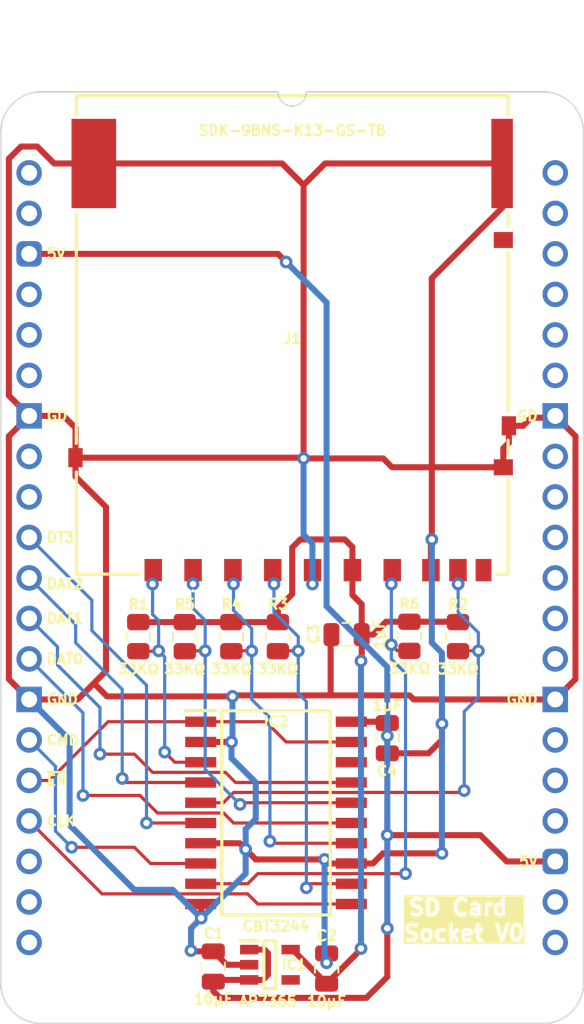
<source format=kicad_pcb>
(kicad_pcb (version 20241229) (generator "pcbnew") (generator_version "9.0")
  (title_block (title "SD Card Full Socket") (date "2024-07-05") (rev "V1"))
  (layers (0 "F.Cu" signal) (2 "B.Cu" signal) (13 "F.Paste" user) (15 "B.Paste" user) (5 "F.SilkS" user "F.Silkscreen") (7 "B.SilkS" user "B.Silkscreen") (1 "F.Mask" user) (3 "B.Mask" user) (25 "Edge.Cuts" user))
  (net 0 "")
  (net 1 "/3.3V")
  (net 3 "~{SD Card Enable}")
  (net 4 "Net-(IC2-1B3)")
  (net 5 "SD CMD")
  (net 7 "5V")
  (net 8 "Net-(IC2-1B4)")
  (net 9 "DAT2")
  (net 10 "DAT3")
  (net 11 "GND")
  (net 12 "DAT1")
  (net 13 "Net-(IC2-2B3)")
  (net 14 "DAT0")
  (net 15 "SD CLK")
  (net 16 "Net-(IC2-1B2)")
  (net 17 "Net-(IC2-2B4)")
  (net 18 "Net-(IC2-2B1)")
  (footprint "SamacSys_Parts:R_0805" (layer "F.Cu") (at 23.876 29.0595)
    (property "Reference" "R6" (at 0 -2.032 180) (layer "F.SilkS") (effects (font (size 0.635 0.635))))
    (property "Value" "33KΩ" (at 0 2.032 0) (layer "F.SilkS") (effects (font (size 0.635 0.635))))
    (fp_line (start -0.745 0.227064) (end -0.745 -0.227064) (stroke (width 0.12)) (layer "F.SilkS"))
    (fp_line (start 0.725 0.227064) (end 0.725 -0.227064) (stroke (width 0.12)) (layer "F.SilkS"))
    (pad "1" smd roundrect (at -0.01 0.9125 90) (size 1.025 1.4) (layers "F.Cu" "F.Mask" "F.Paste") (roundrect_rratio 0.243902) (net 18 "Net-(IC2-2B1)"))
    (pad "2" smd roundrect (at -0.01 -0.9125 90) (size 1.025 1.4) (layers "F.Cu" "F.Mask" "F.Paste") (roundrect_rratio 0.243902) (net 1 "/3.3V"))
  )
  (footprint "SamacSys_Parts:C_0805" (layer "F.Cu") (at 19.939 28.956 90)
    (property "Reference" "C3" (at 0.026999 -2.075 90) (layer "F.SilkS") (effects (font (size 0.635 0.635))))
    (property "Value" "1μF" (at 0 2.032 90) (layer "F.SilkS") (effects (font (size 0.635 0.635))))
    (fp_line (start 0.735 0.245252) (end 0.735 -0.277252) (stroke (width 0.12)) (layer "F.SilkS"))
    (fp_line (start -0.735 0.245252) (end -0.735 -0.277252) (stroke (width 0.12)) (layer "F.SilkS"))
    (pad "1" smd roundrect (at 0 0.934 180) (size 1 1.45) (layers "F.Cu" "F.Mask" "F.Paste") (net 1 "/3.3V"))
    (pad "2" smd roundrect (at 0 -0.966 180) (size 1 1.45) (layers "F.Cu" "F.Mask" "F.Paste") (net 11 "GND"))
  )
  (footprint "SamacSys_Parts:R_0805" (layer "F.Cu") (at 12.7 29.083)
    (property "Reference" "R4" (at 0 -2.032 180) (layer "F.SilkS") (effects (font (size 0.635 0.635))))
    (property "Value" "33KΩ" (at 0 2.032 0) (layer "F.SilkS") (effects (font (size 0.635 0.635))))
    (fp_line (start -0.745 0.227064) (end -0.745 -0.227064) (stroke (width 0.12)) (layer "F.SilkS"))
    (fp_line (start 0.725 0.227064) (end 0.725 -0.227064) (stroke (width 0.12)) (layer "F.SilkS"))
    (pad "1" smd roundrect (at -0.01 0.9125 90) (size 1.025 1.4) (layers "F.Cu" "F.Mask" "F.Paste") (roundrect_rratio 0.243902) (net 4 "Net-(IC2-1B3)"))
    (pad "2" smd roundrect (at -0.01 -0.9125 90) (size 1.025 1.4) (layers "F.Cu" "F.Mask" "F.Paste") (roundrect_rratio 0.243902) (net 1 "/3.3V"))
  )
  (footprint "SamacSys_Parts:R_0805" (layer "F.Cu") (at 6.858 29.083)
    (property "Reference" "R1" (at 0 -2.032 180) (layer "F.SilkS") (effects (font (size 0.635 0.635))))
    (property "Value" "33KΩ" (at 0 2.032 0) (layer "F.SilkS") (effects (font (size 0.635 0.635))))
    (fp_line (start -0.745 0.227064) (end -0.745 -0.227064) (stroke (width 0.12)) (layer "F.SilkS"))
    (fp_line (start 0.725 0.227064) (end 0.725 -0.227064) (stroke (width 0.12)) (layer "F.SilkS"))
    (pad "1" smd roundrect (at -0.01 0.9125 90) (size 1.025 1.4) (layers "F.Cu" "F.Mask" "F.Paste") (roundrect_rratio 0.243902) (net 17 "Net-(IC2-2B4)"))
    (pad "2" smd roundrect (at -0.01 -0.9125 90) (size 1.025 1.4) (layers "F.Cu" "F.Mask" "F.Paste") (roundrect_rratio 0.243902) (net 1 "/3.3V"))
  )
  (footprint "SamacSys_Parts:C_0805" (layer "F.Cu") (at 11.557 49.784)
    (property "Reference" "C1" (at 0.026999 -2.075 0) (layer "F.SilkS") (effects (font (size 0.635 0.635))))
    (property "Value" "10μF" (at 0 2.032 0) (layer "F.SilkS") (effects (font (size 0.635 0.635))))
    (fp_line (start -0.735 0.245252) (end -0.735 -0.277252) (stroke (width 0.12)) (layer "F.SilkS"))
    (fp_line (start 0.735 0.245252) (end 0.735 -0.277252) (stroke (width 0.12)) (layer "F.SilkS"))
    (pad "1" smd roundrect (at 0 0.934 90) (size 1 1.45) (layers "F.Cu" "F.Mask" "F.Paste") (net 7 "5V"))
    (pad "2" smd roundrect (at 0 -0.966 90) (size 1 1.45) (layers "F.Cu" "F.Mask" "F.Paste") (net 11 "GND"))
  )
  (footprint "SamacSys_Parts:R_0805" (layer "F.Cu") (at 26.924 29.083)
    (property "Reference" "R2" (at 0 -2.032 180) (layer "F.SilkS") (effects (font (size 0.635 0.635))))
    (property "Value" "33KΩ" (at 0 2.032 0) (layer "F.SilkS") (effects (font (size 0.635 0.635))))
    (fp_line (start -0.745 0.227064) (end -0.745 -0.227064) (stroke (width 0.12)) (layer "F.SilkS"))
    (fp_line (start 0.725 0.227064) (end 0.725 -0.227064) (stroke (width 0.12)) (layer "F.SilkS"))
    (pad "1" smd roundrect (at -0.01 0.9125 90) (size 1.025 1.4) (layers "F.Cu" "F.Mask" "F.Paste") (roundrect_rratio 0.243902) (net 13 "Net-(IC2-2B3)"))
    (pad "2" smd roundrect (at -0.01 -0.9125 90) (size 1.025 1.4) (layers "F.Cu" "F.Mask" "F.Paste") (roundrect_rratio 0.243902) (net 1 "/3.3V"))
  )
  (footprint "SamacSys_Parts:SDK9BNSK13GSTBLFSN1" (layer "F.Cu") (at 16.51 10.16 180)
    (property "Reference" "J1" (at 0 -0.225 180) (layer "F.SilkS") (effects (font (size 0.635 0.635))))
    (property "Value" "SDK-9BNS-K13-GS-TB_LF__SN_1" (hide yes))
    (property "Silkscreen" "SDK-9BNS-K13-GS-TB" (at 0 12.827 180) (layer "F.SilkS") (effects (font (size 0.635 0.635))))
    (fp_line (start 13.55 15) (end 13.55 13.8) (stroke (width 0.2)) (layer "F.SilkS"))
    (fp_line (start 13.55 7.6) (end 13.55 -6.8) (stroke (width 0.2)) (layer "F.SilkS"))
    (fp_line (start 13.55 -8.6) (end 13.55 -15) (stroke (width 0.2)) (layer "F.SilkS"))
    (fp_line (start 13.55 -15) (end 9.6 -15) (stroke (width 0.2)) (layer "F.SilkS"))
    (fp_line (start 6.22 -16) (end 6.22 -16) (stroke (width 0.1)) (layer "F.SilkS"))
    (fp_line (start 6.22 -16.1) (end 6.22 -16.1) (stroke (width 0.1)) (layer "F.SilkS"))
    (fp_line (start -12.8 -15) (end -13.55 -15) (stroke (width 0.2)) (layer "F.SilkS"))
    (fp_line (start -13.55 15) (end 13.55 15) (stroke (width 0.2)) (layer "F.SilkS"))
    (fp_line (start -13.55 13.8) (end -13.55 15) (stroke (width 0.2)) (layer "F.SilkS"))
    (fp_line (start -13.55 6.8) (end -13.55 7.6) (stroke (width 0.2)) (layer "F.SilkS"))
    (fp_line (start -13.55 -4.8) (end -13.55 5.2) (stroke (width 0.2)) (layer "F.SilkS"))
    (fp_line (start -13.55 -7.6) (end -13.55 -6.6) (stroke (width 0.2)) (layer "F.SilkS"))
    (fp_line (start -13.55 -15) (end -13.55 -9) (stroke (width 0.2)) (layer "F.SilkS"))
    (fp_arc (start 6.22 -16) (mid 6.17 -16.05) (end 6.22 -16.1) (stroke (width 0.1)) (layer "F.SilkS"))
    (fp_arc (start 6.22 -16.1) (mid 6.27 -16.05) (end 6.22 -16) (stroke (width 0.1)) (layer "F.SilkS"))
    (pad "1" smd rect (at 6.22 -14.75 180) (size 1.1 1.4) (layers "F.Cu" "F.Mask" "F.Paste") (net 16 "Net-(IC2-1B2)"))
    (pad "2" smd rect (at 3.72 -14.75 180) (size 1.1 1.4) (layers "F.Cu" "F.Mask" "F.Paste") (net 4 "Net-(IC2-1B3)"))
    (pad "3" smd rect (at 1.22 -14.75 180) (size 1.1 1.4) (layers "F.Cu" "F.Mask" "F.Paste") (net 8 "Net-(IC2-1B4)"))
    (pad "4" smd rect (at -1.28 -14.75 180) (size 1.1 1.4) (layers "F.Cu" "F.Mask" "F.Paste") (net 11 "GND"))
    (pad "5" smd rect (at -3.78 -14.75 180) (size 1.1 1.4) (layers "F.Cu" "F.Mask" "F.Paste") (net 1 "/3.3V"))
    (pad "6" smd rect (at -6.28 -14.75 180) (size 1.1 1.4) (layers "F.Cu" "F.Mask" "F.Paste") (net 18 "Net-(IC2-2B1)"))
    (pad "7" smd rect (at -8.705 -14.75 180) (size 1.1 1.4) (layers "F.Cu" "F.Mask" "F.Paste") (net 11 "GND"))
    (pad "8" smd rect (at -10.405 -14.75 180) (size 1.1 1.4) (layers "F.Cu" "F.Mask" "F.Paste") (net 13 "Net-(IC2-2B3)"))
    (pad "9" smd rect (at 8.72 -14.75 180) (size 1.1 1.4) (layers "F.Cu" "F.Mask" "F.Paste") (net 17 "Net-(IC2-2B4)"))
    (pad "CD1" smd rect (at -12.01 -14.75 180) (size 1 1.4) (layers "F.Cu" "F.Mask" "F.Paste"))
    (pad "G1" smd rect (at -13.25 -8.3 270) (size 1 1.2) (layers "F.Cu" "F.Mask" "F.Paste") (net 11 "GND"))
    (pad "G2" smd rect (at -13.6 -5.7 180) (size 0.9 1.2) (layers "F.Cu" "F.Mask" "F.Paste") (net 11 "GND"))
    (pad "G3" smd rect (at -13.175 10.75 180) (size 1.35 5.6) (layers "F.Cu" "F.Mask" "F.Paste") (net 11 "GND"))
    (pad "G4" smd rect (at 12.45 10.75 180) (size 2.8 5.6) (layers "F.Cu" "F.Mask" "F.Paste") (net 11 "GND"))
    (pad "G5" smd rect (at 13.6 -7.7 180) (size 0.9 1.2) (layers "F.Cu" "F.Mask" "F.Paste") (net 11 "GND"))
    (pad "WP1" smd rect (at -13.25 5.95 270) (size 1 1.2) (layers "F.Cu" "F.Mask" "F.Paste"))
  )
  (footprint "SamacSys_Parts:R_0805" (layer "F.Cu") (at 15.621 29.083)
    (property "Reference" "R3" (at 0 -2.032 180) (layer "F.SilkS") (effects (font (size 0.635 0.635))))
    (property "Value" "33KΩ" (at 0 2.032 0) (layer "F.SilkS") (effects (font (size 0.635 0.635))))
    (fp_line (start -0.745 0.227064) (end -0.745 -0.227064) (stroke (width 0.12)) (layer "F.SilkS"))
    (fp_line (start 0.725 0.227064) (end 0.725 -0.227064) (stroke (width 0.12)) (layer "F.SilkS"))
    (pad "1" smd roundrect (at -0.01 0.9125 90) (size 1.025 1.4) (layers "F.Cu" "F.Mask" "F.Paste") (roundrect_rratio 0.243902) (net 8 "Net-(IC2-1B4)"))
    (pad "2" smd roundrect (at -0.01 -0.9125 90) (size 1.025 1.4) (layers "F.Cu" "F.Mask" "F.Paste") (roundrect_rratio 0.243902) (net 1 "/3.3V"))
  )
  (footprint "SamacSys_Parts:SIP_20_Pins" (layer "F.Cu") (at 33.02 48.26 180)
    (property "Reference" "J6" (hide yes))
    (property "Value" "Conn_01x20" (hide yes))
    (pad "1" thru_hole circle (at 0 0 180) (size 1.6 1.6) (drill 1) (layers "*.Cu" "*.Mask"))
    (pad "2" thru_hole oval (at 0 2.54 180) (size 1.6 1.6) (drill 1) (layers "*.Cu" "*.Mask"))
    (pad "3" thru_hole roundrect (at 0 5.08 180) (size 1.6 1.6) (drill 1) (layers "*.Cu" "*.Mask") (net 7 "5V"))
    (pad "4" thru_hole oval (at 0 7.62 180) (size 1.6 1.6) (drill 1) (layers "*.Cu" "*.Mask"))
    (pad "5" thru_hole oval (at 0 10.16 180) (size 1.6 1.6) (drill 1) (layers "*.Cu" "*.Mask"))
    (pad "6" thru_hole oval (at 0 12.7 180) (size 1.6 1.6) (drill 1) (layers "*.Cu" "*.Mask"))
    (pad "7" thru_hole rect (at 0 15.24 180) (size 1.6 1.6) (drill 1) (layers "*.Cu" "*.Mask") (net 11 "GND"))
    (pad "8" thru_hole oval (at 0 17.78 180) (size 1.6 1.6) (drill 1) (layers "*.Cu" "*.Mask"))
    (pad "9" thru_hole oval (at 0 20.32 180) (size 1.6 1.6) (drill 1) (layers "*.Cu" "*.Mask"))
    (pad "10" thru_hole oval (at 0 22.86 180) (size 1.6 1.6) (drill 1) (layers "*.Cu" "*.Mask"))
    (pad "11" thru_hole oval (at 0 25.4 180) (size 1.6 1.6) (drill 1) (layers "*.Cu" "*.Mask"))
    (pad "12" thru_hole oval (at 0 27.94 180) (size 1.6 1.6) (drill 1) (layers "*.Cu" "*.Mask"))
    (pad "13" thru_hole oval (at 0 30.48 180) (size 1.6 1.6) (drill 1) (layers "*.Cu" "*.Mask"))
    (pad "14" thru_hole rect (at 0 33.02 180) (size 1.6 1.6) (drill 1) (layers "*.Cu" "*.Mask") (net 11 "GND"))
    (pad "15" thru_hole oval (at 0 35.56 180) (size 1.6 1.6) (drill 1) (layers "*.Cu" "*.Mask"))
    (pad "16" thru_hole oval (at 0 38.1 180) (size 1.6 1.6) (drill 1) (layers "*.Cu" "*.Mask"))
    (pad "17" thru_hole oval (at 0 40.64 180) (size 1.6 1.6) (drill 1) (layers "*.Cu" "*.Mask"))
    (pad "18" thru_hole oval (at 0 43.18 180) (size 1.6 1.6) (drill 1) (layers "*.Cu" "*.Mask"))
    (pad "19" thru_hole oval (at 0 45.72 180) (size 1.6 1.6) (drill 1) (layers "*.Cu" "*.Mask"))
    (pad "20" thru_hole oval (at 0 48.26 180) (size 1.6 1.6) (drill 1) (layers "*.Cu" "*.Mask"))
  )
  (footprint "SamacSys_Parts:C_0805" (layer "F.Cu") (at 18.669 49.911)
    (property "Reference" "C2" (at 0.027 -2.075 180) (layer "F.SilkS") (effects (font (size 0.635 0.635))))
    (property "Value" "10μF" (at 0 2.032 0) (layer "F.SilkS") (effects (font (size 0.635 0.635))))
    (fp_line (start -0.735 0.245252) (end -0.735 -0.277252) (stroke (width 0.12)) (layer "F.SilkS"))
    (fp_line (start 0.735 0.245252) (end 0.735 -0.277252) (stroke (width 0.12)) (layer "F.SilkS"))
    (pad "1" smd roundrect (at 0 0.934 90) (size 1 1.45) (layers "F.Cu" "F.Mask" "F.Paste") (net 1 "/3.3V"))
    (pad "2" smd roundrect (at 0 -0.966 90) (size 1 1.45) (layers "F.Cu" "F.Mask" "F.Paste") (net 11 "GND"))
  )
  (footprint "SamacSys_Parts:SOIC127P1032X265-20N" (layer "F.Cu") (at 15.494 40.132)
    (property "Reference" "IC2" (at 0 -5.715 0) (layer "F.SilkS") (effects (font (size 0.635 0.635))))
    (property "Value" "CBT3244AD,112" (hide yes))
    (fp_line (start -5.7 -6.415) (end -3.75 -6.415) (stroke (width 0.2)) (layer "F.SilkS"))
    (fp_line (start -3.4 -6.4) (end 3.4 -6.4) (stroke (width 0.2)) (layer "F.SilkS"))
    (fp_line (start -3.4 6.4) (end -3.4 -6.4) (stroke (width 0.2)) (layer "F.SilkS"))
    (fp_line (start 3.4 -6.4) (end 3.4 6.4) (stroke (width 0.2)) (layer "F.SilkS"))
    (fp_line (start 3.4 6.4) (end -3.4 6.4) (stroke (width 0.2)) (layer "F.SilkS"))
    (fp_text user "${Silkscreen}" (at 0 7.112 0) (layer "F.SilkS") (effects (font (size 0.635 0.635))))
    (pad "1" smd rect (at -4.725 -5.715 90) (size 0.65 1.95) (layers "F.Cu" "F.Mask" "F.Paste") (net 3 "~{SD Card Enable}"))
    (pad "2" smd rect (at -4.725 -4.445 90) (size 0.65 1.95) (layers "F.Cu" "F.Mask" "F.Paste") (net 11 "GND"))
    (pad "3" smd rect (at -4.725 -3.175 90) (size 0.65 1.95) (layers "F.Cu" "F.Mask" "F.Paste") (net 17 "Net-(IC2-2B4)"))
    (pad "4" smd rect (at -4.725 -1.905 90) (size 0.65 1.95) (layers "F.Cu" "F.Mask" "F.Paste") (net 9 "DAT2"))
    (pad "5" smd rect (at -4.725 -0.635 90) (size 0.65 1.95) (layers "F.Cu" "F.Mask" "F.Paste") (net 13 "Net-(IC2-2B3)"))
    (pad "6" smd rect (at -4.725 0.635 90) (size 0.65 1.95) (layers "F.Cu" "F.Mask" "F.Paste") (net 10 "DAT3"))
    (pad "7" smd rect (at -4.725 1.905 90) (size 0.65 1.95) (layers "F.Cu" "F.Mask" "F.Paste") (net 11 "GND"))
    (pad "8" smd rect (at -4.725 3.175 90) (size 0.65 1.95) (layers "F.Cu" "F.Mask" "F.Paste") (net 5 "SD CMD"))
    (pad "9" smd rect (at -4.725 4.445 90) (size 0.65 1.95) (layers "F.Cu" "F.Mask" "F.Paste") (net 18 "Net-(IC2-2B1)"))
    (pad "10" smd rect (at -4.725 5.715 90) (size 0.65 1.95) (layers "F.Cu" "F.Mask" "F.Paste") (net 11 "GND"))
    (pad "11" smd rect (at 4.725 5.715 90) (size 0.65 1.95) (layers "F.Cu" "F.Mask" "F.Paste") (net 15 "SD CLK"))
    (pad "12" smd rect (at 4.725 4.445 90) (size 0.65 1.95) (layers "F.Cu" "F.Mask" "F.Paste") (net 8 "Net-(IC2-1B4)"))
    (pad "13" smd rect (at 4.725 3.175 90) (size 0.65 1.95) (layers "F.Cu" "F.Mask" "F.Paste") (net 11 "GND"))
    (pad "14" smd rect (at 4.725 1.905 90) (size 0.65 1.95) (layers "F.Cu" "F.Mask" "F.Paste") (net 4 "Net-(IC2-1B3)"))
    (pad "15" smd rect (at 4.725 0.635 90) (size 0.65 1.95) (layers "F.Cu" "F.Mask" "F.Paste") (net 14 "DAT0"))
    (pad "16" smd rect (at 4.725 -0.635 90) (size 0.65 1.95) (layers "F.Cu" "F.Mask" "F.Paste") (net 16 "Net-(IC2-1B2)"))
    (pad "17" smd rect (at 4.725 -1.905 90) (size 0.65 1.95) (layers "F.Cu" "F.Mask" "F.Paste") (net 12 "DAT1"))
    (pad "18" smd rect (at 4.725 -3.175 90) (size 0.65 1.95) (layers "F.Cu" "F.Mask" "F.Paste"))
    (pad "19" smd rect (at 4.725 -4.445 90) (size 0.65 1.95) (layers "F.Cu" "F.Mask" "F.Paste") (net 3 "~{SD Card Enable}"))
    (pad "20" smd rect (at 4.725 -5.715 90) (size 0.65 1.95) (layers "F.Cu" "F.Mask" "F.Paste") (net 7 "5V"))
  )
  (footprint "SamacSys_Parts:SOT95P285X130-5N" (layer "F.Cu") (at 15.113 49.657)
    (property "Reference" "IC1" (at 1.524 0 0) (layer "F.SilkS") (effects (font (size 0.635 0.635))))
    (property "Value" "AP7365-33WG-7" (hide yes))
    (property "Silkscreen" "AP7365" (at -0.127 2.286 0) (layer "F.SilkS") (effects (font (size 0.635 0.635))))
    (fp_line (start -1.875 -1.5) (end -0.725 -1.5) (stroke (width 0.2)) (layer "F.SilkS"))
    (fp_line (start -0.375 -1.5) (end 0.375 -1.5) (stroke (width 0.2)) (layer "F.SilkS"))
    (fp_line (start -0.375 1.5) (end -0.375 -1.5) (stroke (width 0.2)) (layer "F.SilkS"))
    (fp_line (start 0.375 -1.5) (end 0.375 1.5) (stroke (width 0.2)) (layer "F.SilkS"))
    (fp_line (start 0.375 1.5) (end -0.375 1.5) (stroke (width 0.2)) (layer "F.SilkS"))
    (pad "1" smd rect (at -1.3 -0.95 90) (size 0.6 1.15) (layers "F.Cu" "F.Mask" "F.Paste") (net 7 "5V"))
    (pad "2" smd rect (at -1.3 0 90) (size 0.6 1.15) (layers "F.Cu" "F.Mask" "F.Paste") (net 11 "GND"))
    (pad "3" smd rect (at -1.3 0.95 90) (size 0.6 1.15) (layers "F.Cu" "F.Mask" "F.Paste") (net 7 "5V"))
    (pad "4" smd rect (at 1.3 0.95 90) (size 0.6 1.15) (layers "F.Cu" "F.Mask" "F.Paste"))
    (pad "5" smd rect (at 1.3 -0.95 90) (size 0.6 1.15) (layers "F.Cu" "F.Mask" "F.Paste") (net 1 "/3.3V"))
  )
  (footprint "SamacSys_Parts:C_0805" (layer "F.Cu") (at 22.479 35.433 180)
    (property "Reference" "C4" (at 0.026999 -2.075 0) (layer "F.SilkS") (effects (font (size 0.635 0.635))))
    (property "Value" "1μF" (at 0 2.032 0) (layer "F.SilkS") (effects (font (size 0.635 0.635))))
    (fp_line (start 0.735 0.245252) (end 0.735 -0.277252) (stroke (width 0.12)) (layer "F.SilkS"))
    (fp_line (start -0.735 0.245252) (end -0.735 -0.277252) (stroke (width 0.12)) (layer "F.SilkS"))
    (pad "1" smd roundrect (at 0 0.934 270) (size 1 1.45) (layers "F.Cu" "F.Mask" "F.Paste") (net 7 "5V"))
    (pad "2" smd roundrect (at 0 -0.966 270) (size 1 1.45) (layers "F.Cu" "F.Mask" "F.Paste") (net 11 "GND"))
  )
  (footprint "SamacSys_Parts:SIP_20_Pins" (layer "F.Cu") (at 0 0)
    (property "Reference" "J5" (hide yes))
    (property "Value" "Conn_01x20" (hide yes))
    (pad "1" thru_hole circle (at 0 0) (size 1.6 1.6) (drill 1) (layers "*.Cu" "*.Mask"))
    (pad "2" thru_hole oval (at 0 2.54) (size 1.6 1.6) (drill 1) (layers "*.Cu" "*.Mask"))
    (pad "3" thru_hole roundrect (at 0 5.08) (size 1.6 1.6) (drill 1) (layers "*.Cu" "*.Mask") (net 7 "5V"))
    (pad "4" thru_hole oval (at 0 7.62) (size 1.6 1.6) (drill 1) (layers "*.Cu" "*.Mask"))
    (pad "5" thru_hole oval (at 0 10.16) (size 1.6 1.6) (drill 1) (layers "*.Cu" "*.Mask"))
    (pad "6" thru_hole oval (at 0 12.7) (size 1.6 1.6) (drill 1) (layers "*.Cu" "*.Mask"))
    (pad "7" thru_hole rect (at 0 15.24) (size 1.6 1.6) (drill 1) (layers "*.Cu" "*.Mask") (net 11 "GND"))
    (pad "8" thru_hole oval (at 0 17.78) (size 1.6 1.6) (drill 1) (layers "*.Cu" "*.Mask"))
    (pad "9" thru_hole oval (at 0 20.32) (size 1.6 1.6) (drill 1) (layers "*.Cu" "*.Mask"))
    (pad "10" thru_hole oval (at 0 22.86) (size 1.6 1.6) (drill 1) (layers "*.Cu" "*.Mask") (net 10 "DAT3"))
    (pad "11" thru_hole oval (at 0 25.4) (size 1.6 1.6) (drill 1) (layers "*.Cu" "*.Mask") (net 9 "DAT2"))
    (pad "12" thru_hole oval (at 0 27.94) (size 1.6 1.6) (drill 1) (layers "*.Cu" "*.Mask") (net 12 "DAT1"))
    (pad "13" thru_hole oval (at 0 30.48) (size 1.6 1.6) (drill 1) (layers "*.Cu" "*.Mask") (net 14 "DAT0"))
    (pad "14" thru_hole rect (at 0 33.02) (size 1.6 1.6) (drill 1) (layers "*.Cu" "*.Mask") (net 11 "GND"))
    (pad "15" thru_hole oval (at 0 35.56) (size 1.6 1.6) (drill 1) (layers "*.Cu" "*.Mask") (net 5 "SD CMD"))
    (pad "16" thru_hole oval (at 0 38.1) (size 1.6 1.6) (drill 1) (layers "*.Cu" "*.Mask") (net 3 "~{SD Card Enable}"))
    (pad "17" thru_hole oval (at 0 40.64) (size 1.6 1.6) (drill 1) (layers "*.Cu" "*.Mask") (net 15 "SD CLK"))
    (pad "18" thru_hole oval (at 0 43.18) (size 1.6 1.6) (drill 1) (layers "*.Cu" "*.Mask"))
    (pad "19" thru_hole oval (at 0 45.72) (size 1.6 1.6) (drill 1) (layers "*.Cu" "*.Mask"))
    (pad "20" thru_hole oval (at 0 48.26) (size 1.6 1.6) (drill 1) (layers "*.Cu" "*.Mask"))
  )
  (footprint "SamacSys_Parts:R_0805" (layer "F.Cu") (at 9.779 29.083)
    (property "Reference" "R5" (at 0 -2.032 0) (layer "F.SilkS") (effects (font (size 0.635 0.635))))
    (property "Value" "33KΩ" (at 0 2.032 0) (layer "F.SilkS") (effects (font (size 0.635 0.635))))
    (fp_line (start -0.745 0.227064) (end -0.745 -0.227064) (stroke (width 0.12)) (layer "F.SilkS"))
    (fp_line (start 0.725 0.227064) (end 0.725 -0.227064) (stroke (width 0.12)) (layer "F.SilkS"))
    (pad "1" smd roundrect (at -0.01 0.9125 90) (size 1.025 1.4) (layers "F.Cu" "F.Mask" "F.Paste") (roundrect_rratio 0.243902) (net 16 "Net-(IC2-1B2)"))
    (pad "2" smd roundrect (at -0.01 -0.9125 90) (size 1.025 1.4) (layers "F.Cu" "F.Mask" "F.Paste") (roundrect_rratio 0.243902) (net 1 "/3.3V"))
  )
  (footprint "SamacSys_Parts:PinHeader_1x20_P2.54mm_Vertical" (layer "B.Cu") (at 0 0 180)
    (property "Reference" "J2" (hide yes))
    (property "Value" "Pin_Header_01x20" (hide yes))
  )
  (footprint "SamacSys_Parts:PinHeader_1x20_P2.54mm_Vertical" (layer "B.Cu") (at 33.02 0 180)
    (property "Reference" "J3" (hide yes))
    (property "Value" "Pin_Header_01x20" (hide yes))
  )
  (gr_arc (start -1.778 -2.54) (mid -1.034051 -4.336051) (end 0.762 -5.08) (stroke (width 0.1)) (layer "Edge.Cuts"))
  (gr_line (start 32.258 53.34) (end 0.762 53.34) (stroke (width 0.1)) (layer "Edge.Cuts"))
  (gr_line (start 32.258 -5.08) (end 17.399 -5.08) (stroke (width 0.1)) (layer "Edge.Cuts"))
  (gr_arc (start 17.399 -5.08) (mid 16.51 -4.191) (end 15.621 -5.08) (stroke (width 0.1)) (layer "Edge.Cuts"))
  (gr_line (start 34.798 50.8) (end 34.798 -2.54) (stroke (width 0.1)) (layer "Edge.Cuts"))
  (gr_arc (start 32.258 -5.08) (mid 34.054022 -4.336022) (end 34.798 -2.54) (stroke (width 0.1)) (layer "Edge.Cuts"))
  (gr_line (start 15.621 -5.08) (end 0.762 -5.08) (stroke (width 0.1)) (layer "Edge.Cuts"))
  (gr_arc (start 0.762 53.34) (mid -1.034051 52.596051) (end -1.778 50.8) (stroke (width 0.1)) (layer "Edge.Cuts"))
  (gr_arc (start 34.798 50.8) (mid 34.054051 52.596051) (end 32.258 53.34) (stroke (width 0.1)) (layer "Edge.Cuts"))
  (gr_line (start -1.778 50.8) (end -1.778 -2.54) (stroke (width 0.1)) (layer "Edge.Cuts"))
  (gr_text "GD" (at 32.004 15.24 0) (layer "F.SilkS") (effects (font (size 0.635 0.635) (thickness 0.15) (bold yes)) (justify right)))
  (gr_text "GND" (at 32.004 33.02 0) (layer "F.SilkS") (effects (font (size 0.635 0.635) (thickness 0.15) (bold yes)) (justify right)))
  (gr_text "5V" (at 32.004 43.18 0) (layer "F.SilkS") (effects (font (size 0.635 0.635) (thickness 0.15) (bold yes)) (justify right)))
  (gr_text "SD Card \nSocket V0" (at 27.305 48.26 0) (layer "F.SilkS" knockout) (effects (font (size 1 1) (thickness 0.2) (bold yes)) (justify bottom)))
  (gr_text "DAT0" (at 1.016 30.48 0) (layer "F.SilkS") (effects (font (size 0.635 0.635) (thickness 0.15) (bold yes)) (justify left)))
  (gr_text "CLK" (at 1.016 40.64 0) (layer "F.SilkS") (effects (font (size 0.635 0.635) (thickness 0.15) (bold yes)) (justify left)))
  (gr_text "DAT1" (at 1.016 27.94 0) (layer "F.SilkS") (effects (font (size 0.635 0.635) (thickness 0.15) (bold yes)) (justify left)))
  (gr_text "GND" (at 1.016 33.02 0) (layer "F.SilkS") (effects (font (size 0.635 0.635) (thickness 0.15) (bold yes)) (justify left)))
  (gr_text "GD" (at 1.016 15.24 0) (layer "F.SilkS") (effects (font (size 0.635 0.635) (thickness 0.15) (bold yes)) (justify left)))
  (gr_text "CMD" (at 1.016 35.56 0) (layer "F.SilkS") (effects (font (size 0.635 0.635) (thickness 0.15) (bold yes)) (justify left)))
  (gr_text "~{EN}" (at 1.016 38.1 0) (layer "F.SilkS") (effects (font (size 0.635 0.635) (thickness 0.15) (bold yes)) (justify left)))
  (gr_text "5V" (at 1.016 5.08 0) (layer "F.SilkS") (effects (font (size 0.635 0.635) (thickness 0.15) (bold yes)) (justify left)))
  (gr_text "DT3" (at 1.016 22.86 0) (layer "F.SilkS") (effects (font (size 0.635 0.635) (thickness 0.15) (bold yes)) (justify left)))
  (gr_text "DAT2" (at 1.016 25.781 0) (layer "F.SilkS") (effects (font (size 0.635 0.635) (thickness 0.15) (bold yes)) (justify left)))
  (segment (start 22.399 28.147) (end 23.866 28.147) (width 0.38) (layer "F.Cu") (net 1))
  (segment (start 20.873 28.956) (end 20.873 30.562) (width 0.38) (layer "F.Cu") (net 1))
  (segment (start 16.51 23.495) (end 17.018 22.987) (width 0.38) (layer "F.Cu") (net 1))
  (segment (start 20.29 26.468) (end 20.873 27.051) (width 0.38) (layer "F.Cu") (net 1))
  (segment (start 20.873 30.562) (end 20.828 30.607) (width 0.38) (layer "F.Cu") (net 1))
  (segment (start 20.873 27.051) (end 20.873 28.956) (width 0.38) (layer "F.Cu") (net 1))
  (segment (start 20.29 23.465) (end 20.29 24.91) (width 0.38) (layer "F.Cu") (net 1))
  (segment (start 19.812 22.987) (end 20.29 23.465) (width 0.38) (layer "F.Cu") (net 1))
  (segment (start 6.848 28.1705) (end 9.769 28.1705) (width 0.38) (layer "F.Cu") (net 1))
  (segment (start 18.669 50.845) (end 20.828 48.686) (width 0.38) (layer "F.Cu") (net 1))
  (segment (start 21.59 28.956) (end 22.399 28.147) (width 0.38) (layer "F.Cu") (net 1))
  (segment (start 20.29 24.91) (end 20.29 26.468) (width 0.38) (layer "F.Cu") (net 1))
  (segment (start 16.531 48.707) (end 18.669 50.845) (width 0.38) (layer "F.Cu") (net 1))
  (segment (start 17.018 22.987) (end 19.812 22.987) (width 0.38) (layer "F.Cu") (net 1))
  (segment (start 12.69 28.1705) (end 15.611 28.1705) (width 0.38) (layer "F.Cu") (net 1))
  (segment (start 15.611 28.1705) (end 15.611 27.315) (width 0.38) (layer "F.Cu") (net 1))
  (segment (start 9.769 28.1705) (end 12.69 28.1705) (width 0.38) (layer "F.Cu") (net 1))
  (segment (start 20.828 48.686) (end 20.828 48.641) (width 0.38) (layer "F.Cu") (net 1))
  (segment (start 23.866 28.147) (end 26.8905 28.147) (width 0.38) (layer "F.Cu") (net 1))
  (segment (start 15.611 27.315) (end 16.51 26.416) (width 0.38) (layer "F.Cu") (net 1))
  (segment (start 20.873 28.956) (end 21.59 28.956) (width 0.38) (layer "F.Cu") (net 1))
  (segment (start 16.51 26.416) (end 16.51 23.495) (width 0.38) (layer "F.Cu") (net 1))
  (via (at 20.828 30.607) (size 0.8) (drill 0.4) (layers "F.Cu" "B.Cu") (net 1))
  (via (at 20.828 48.641) (size 0.8) (drill 0.4) (layers "F.Cu" "B.Cu") (net 1))
  (segment (start 20.828 30.607) (end 20.828 48.641) (width 0.38) (layer "B.Cu") (net 1))
  (segment (start 10.769 34.417) (end 14.859 34.417) (width 0.2) (layer "F.Cu") (net 3))
  (segment (start 10.769 34.417) (end 4.953 34.417) (width 0.2) (layer "F.Cu") (net 3))
  (segment (start 16.129 35.687) (end 20.219 35.687) (width 0.2) (layer "F.Cu") (net 3))
  (segment (start 14.859 34.417) (end 16.129 35.687) (width 0.2) (layer "F.Cu") (net 3))
  (segment (start 1.27 38.1) (end 0 38.1) (width 0.2) (layer "F.Cu") (net 3))
  (segment (start 4.953 34.417) (end 1.27 38.1) (width 0.2) (layer "F.Cu") (net 3))
  (segment (start 12.79 24.91) (end 12.79 25.744) (width 0.2) (layer "F.Cu") (net 4))
  (segment (start 15.239998 42.037) (end 15.113 41.910002) (width 0.2) (layer "F.Cu") (net 4))
  (segment (start 12.79 25.744) (end 12.827 25.781) (width 0.2) (layer "F.Cu") (net 4))
  (segment (start 13.97 29.972) (end 12.7135 29.972) (width 0.2) (layer "F.Cu") (net 4))
  (segment (start 20.219 42.037) (end 15.239998 42.037) (width 0.2) (layer "F.Cu") (net 4))
  (via (at 13.97 29.972) (size 0.8) (drill 0.4) (layers "F.Cu" "B.Cu") (net 4))
  (via (at 15.113 41.910002) (size 0.8) (drill 0.4) (layers "F.Cu" "B.Cu") (net 4))
  (via (at 12.827 25.781) (size 0.8) (drill 0.4) (layers "F.Cu" "B.Cu") (net 4))
  (segment (start 13.97 28.575) (end 13.97 29.972) (width 0.2) (layer "B.Cu") (net 4))
  (segment (start 13.97 33.02) (end 15.113 34.163) (width 0.2) (layer "B.Cu") (net 4))
  (segment (start 12.827 25.781) (end 12.827 27.432) (width 0.2) (layer "B.Cu") (net 4))
  (segment (start 12.827 27.432) (end 13.97 28.575) (width 0.2) (layer "B.Cu") (net 4))
  (segment (start 13.97 29.972) (end 13.97 33.02) (width 0.2) (layer "B.Cu") (net 4))
  (segment (start 15.113 34.163) (end 15.113 41.910002) (width 0.2) (layer "B.Cu") (net 4))
  (segment (start 11.399 43.307) (end 7.62 43.307) (width 0.2) (layer "F.Cu") (net 5))
  (segment (start 6.604 42.291) (end 7.62 43.307) (width 0.2) (layer "F.Cu") (net 5))
  (segment (start 2.667 42.291) (end 6.604 42.291) (width 0.2) (layer "F.Cu") (net 5))
  (via (at 2.667 42.291) (size 0.8) (drill 0.4) (layers "F.Cu" "B.Cu") (net 5))
  (segment (start 1.651 37.211) (end 1.651 41.275) (width 0.2) (layer "B.Cu") (net 5))
  (segment (start 1.651 41.275) (end 2.667 42.291) (width 0.2) (layer "B.Cu") (net 5))
  (segment (start 0 35.56) (end 1.651 37.211) (width 0.2) (layer "B.Cu") (net 5))
  (segment (start 29.972001 43.180001) (end 28.321 41.529) (width 0.38) (layer "F.Cu") (net 7))
  (segment (start 14.768 48.707) (end 14.986 48.925) (width 0.38) (layer "F.Cu") (net 7))
  (segment (start 0 5.08) (end 15.621 5.08) (width 0.38) (layer "F.Cu") (net 7))
  (segment (start 13.813 50.607) (end 11.668 50.607) (width 0.38) (layer "F.Cu") (net 7))
  (segment (start 21.163 51.735) (end 11.984 51.735) (width 0.38) (layer "F.Cu") (net 7))
  (segment (start 22.479 50.419) (end 21.163 51.735) (width 0.38) (layer "F.Cu") (net 7))
  (segment (start 33.02 43.180001) (end 29.972001 43.180001) (width 0.38) (layer "F.Cu") (net 7))
  (segment (start 20.219 34.417) (end 22.397 34.417) (width 0.38) (layer "F.Cu") (net 7))
  (segment (start 11.984 51.735) (end 11.557 51.308) (width 0.38) (layer "F.Cu") (net 7))
  (segment (start 11.557 51.308) (end 11.557 50.718) (width 0.38) (layer "F.Cu") (net 7))
  (segment (start 14.986 48.925) (end 14.986 50.292) (width 0.38) (layer "F.Cu") (net 7))
  (segment (start 13.813 48.707) (end 14.768 48.707) (width 0.38) (layer "F.Cu") (net 7))
  (segment (start 22.479 34.499) (end 22.479 35.299) (width 0.38) (layer "F.Cu") (net 7))
  (segment (start 14.986 50.292) (end 14.671 50.607) (width 0.38) (layer "F.Cu") (net 7))
  (segment (start 14.671 50.607) (end 13.813 50.607) (width 0.38) (layer "F.Cu") (net 7))
  (segment (start 22.479 47.371) (end 22.479 50.419) (width 0.38) (layer "F.Cu") (net 7))
  (segment (start 15.621 5.08) (end 16.129 5.588) (width 0.38) (layer "F.Cu") (net 7))
  (segment (start 28.321 41.529) (end 22.479 41.529) (width 0.38) (layer "F.Cu") (net 7))
  (via (at 22.479 47.371) (size 0.8) (drill 0.4) (layers "F.Cu" "B.Cu") (net 7))
  (via (at 16.129 5.588) (size 0.8) (drill 0.4) (layers "F.Cu" "B.Cu") (net 7))
  (via (at 22.479 41.529) (size 0.8) (drill 0.4) (layers "F.Cu" "B.Cu") (net 7))
  (via (at 22.479 35.299) (size 0.8) (drill 0.4) (layers "F.Cu" "B.Cu") (net 7))
  (segment (start 22.479 35.299) (end 22.479 30.988) (width 0.38) (layer "B.Cu") (net 7))
  (segment (start 22.479 35.299) (end 22.479 41.529) (width 0.38) (layer "B.Cu") (net 7))
  (segment (start 18.669 8.128) (end 16.129 5.588) (width 0.38) (layer "B.Cu") (net 7))
  (segment (start 22.479 47.371) (end 22.479 41.529) (width 0.38) (layer "B.Cu") (net 7))
  (segment (start 22.479 30.988) (end 18.669 27.178) (width 0.38) (layer "B.Cu") (net 7))
  (segment (start 18.669 27.178) (end 18.669 8.128) (width 0.38) (layer "B.Cu") (net 7))
  (segment (start 17.399 44.831) (end 17.653 44.577) (width 0.2) (layer "F.Cu") (net 8))
  (segment (start 15.29 25.704) (end 15.367 25.781) (width 0.2) (layer "F.Cu") (net 8))
  (segment (start 16.891 29.972) (end 15.6345 29.972) (width 0.2) (layer "F.Cu") (net 8))
  (segment (start 15.29 24.91) (end 15.29 25.704) (width 0.2) (layer "F.Cu") (net 8))
  (segment (start 17.653 44.577) (end 20.219 44.577) (width 0.2) (layer "F.Cu") (net 8))
  (via (at 16.891 29.972) (size 0.8) (drill 0.4) (layers "F.Cu" "B.Cu") (net 8))
  (via (at 17.399 44.831) (size 0.8) (drill 0.4) (layers "F.Cu" "B.Cu") (net 8))
  (via (at 15.367 25.781) (size 0.8) (drill 0.4) (layers "F.Cu" "B.Cu") (net 8))
  (segment (start 17.399 33.147) (end 17.399 44.831) (width 0.2) (layer "B.Cu") (net 8))
  (segment (start 16.891 32.639) (end 17.399 33.147) (width 0.2) (layer "B.Cu") (net 8))
  (segment (start 15.367 25.781) (end 15.367 27.559) (width 0.2) (layer "B.Cu") (net 8))
  (segment (start 16.891 29.972) (end 16.891 32.639) (width 0.2) (layer "B.Cu") (net 8))
  (segment (start 15.367 27.559) (end 16.891 29.083) (width 0.2) (layer "B.Cu") (net 8))
  (segment (start 16.891 29.083) (end 16.891 29.972) (width 0.2) (layer "B.Cu") (net 8))
  (segment (start 10.769 38.227) (end 6.096 38.227) (width 0.2) (layer "F.Cu") (net 9))
  (segment (start 6.096 38.227) (end 5.842 37.973) (width 0.2) (layer "F.Cu") (net 9))
  (via (at 5.842 37.973) (size 0.8) (drill 0.4) (layers "F.Cu" "B.Cu") (net 9))
  (segment (start 5.842 32.385) (end 5.842 37.973) (width 0.2) (layer "B.Cu") (net 9))
  (segment (start 0 25.4) (end 2.921 28.321) (width 0.2) (layer "B.Cu") (net 9))
  (segment (start 2.921 29.464) (end 5.842 32.385) (width 0.2) (layer "B.Cu") (net 9))
  (segment (start 2.921 28.321) (end 2.921 29.464) (width 0.2) (layer "B.Cu") (net 9))
  (segment (start 10.769 40.767) (end 7.366 40.767) (width 0.2) (layer "F.Cu") (net 10))
  (via (at 7.366 40.767) (size 0.8) (drill 0.4) (layers "F.Cu" "B.Cu") (net 10))
  (segment (start 7.366 32.131) (end 7.366 40.767) (width 0.2) (layer "B.Cu") (net 10))
  (segment (start 3.937 26.797) (end 3.937 28.702) (width 0.2) (layer "B.Cu") (net 10))
  (segment (start 3.937 28.702) (end 7.366 32.131) (width 0.2) (layer "B.Cu") (net 10))
  (segment (start 0 22.86) (end 3.937 26.797) (width 0.2) (layer "B.Cu") (net 10))
  (segment (start 12.827 32.766) (end 12.7635 32.8295) (width 0.38) (layer "F.Cu") (net 11))
  (segment (start 25.273 18.46) (end 22.778 18.46) (width 0.38) (layer "F.Cu") (net 11))
  (segment (start -0.508 -1.651) (end -1.27 -0.889) (width 0.38) (layer "F.Cu") (net 11))
  (segment (start 33.02 15.24) (end 34.29 16.51) (width 0.38) (layer "F.Cu") (net 11))
  (segment (start 25.908 35.56) (end 25.908 34.544) (width 0.38) (layer "F.Cu") (net 11))
  (segment (start 31.003 15.86) (end 31.511 15.352) (width 0.38) (layer "F.Cu") (net 11))
  (segment (start 4.8895 32.8295) (end 12.7635 32.8295) (width 0.38) (layer "F.Cu") (net 11))
  (segment (start -1.27 16.51) (end -1.27 31.75) (width 0.38) (layer "F.Cu") (net 11))
  (segment (start 17.17801 17.86) (end 17.225001 17.906991) (width 0.38) (layer "F.Cu") (net 11))
  (segment (start 30.11 15.86) (end 30.11 16.922) (width 0.38) (layer "F.Cu") (net 11))
  (segment (start 4.826 20.955) (end 2.91 19.039) (width 0.38) (layer "F.Cu") (net 11))
  (segment (start 25.273 22.987) (end 25.273 18.46) (width 0.38) (layer "F.Cu") (net 11))
  (segment (start 4.826 31.242) (end 4.826 20.955) (width 0.38) (layer "F.Cu") (net 11))
  (segment (start 25.215001 23.044999) (end 25.273 22.987) (width 0.38) (layer "F.Cu") (net 11))
  (segment (start 18.669 48.945) (end 18.669 49.53) (width 0.38) (layer "F.Cu") (net 11))
  (segment (start -1.27 13.97) (end 0 15.24) (width 0.38) (layer "F.Cu") (net 11))
  (segment (start 2.91 17.86) (end 2.91 15.991) (width 0.38) (layer "F.Cu") (net 11))
  (segment (start 3.048 33.02) (end 4.064 32.004) (width 0.38) (layer "F.Cu") (net 11))
  (segment (start -1.27 -0.889) (end -1.27 13.97) (width 0.38) (layer "F.Cu") (net 11))
  (segment (start 13.589 42.418) (end 13.208 42.037) (width 0.38) (layer "F.Cu") (net 11))
  (segment (start 17.224999 17.90699) (end 17.225 17.906991) (width 0.38) (layer "F.Cu") (net 11))
  (segment (start 25.908 34.544) (end 25.908 33.02) (width 0.38) (layer "F.Cu") (net 11))
  (segment (start 0 33.02) (end 3.048 33.02) (width 0.38) (layer "F.Cu") (net 11))
  (segment (start 22.479 36.399) (end 25.069 36.399) (width 0.38) (layer "F.Cu") (net 11))
  (segment (start 30.11 15.86) (end 31.003 15.86) (width 0.38) (layer "F.Cu") (net 11))
  (segment (start 10.21 48.818) (end 10.16 48.768) (width 0.38) (layer "F.Cu") (net 11))
  (segment (start 2.91 19.039) (end 2.91 17.86) (width 0.38) (layer "F.Cu") (net 11))
  (segment (start 2.91 17.86) (end 17.17801 17.86) (width 0.38) (layer "F.Cu") (net 11))
  (segment (start 20.219 43.307) (end 18.796 43.307) (width 0.38) (layer "F.Cu") (net 11))
  (segment (start 21.574 43.307) (end 22.209008 42.671992) (width 0.38) (layer "F.Cu") (net 11))
  (segment (start 18.542 43.053) (end 14.224 43.053) (width 0.38) (layer "F.Cu") (net 11))
  (segment (start 30.11 16.922) (end 29.76 17.272) (width 0.38) (layer "F.Cu") (net 11))
  (segment (start 15.872999 -0.59) (end 17.224999 0.762) (width 0.38) (layer "F.Cu") (net 11))
  (segment (start 34.29 31.75) (end 33.02 33.02) (width 0.38) (layer "F.Cu") (net 11))
  (segment (start 24.13 33.02) (end 23.876 32.766) (width 0.38) (layer "F.Cu") (net 11))
  (segment (start 29.685 -0.59) (end 18.576999 -0.59) (width 0.38) (layer "F.Cu") (net 11))
  (segment (start 4.06 -0.59) (end 1.569 -0.59) (width 0.38) (layer "F.Cu") (net 11))
  (segment (start 31.511 15.352) (end 32.908 15.352) (width 0.38) (layer "F.Cu") (net 11))
  (segment (start 18.923 29.006) (end 18.923 32.766) (width 0.38) (layer "F.Cu") (net 11))
  (segment (start 22.22499 17.90699) (end 17.224999 17.90699) (width 0.38) (layer "F.Cu") (net 11))
  (segment (start 10.795 46.736) (end 10.795 45.873) (width 0.38) (layer "F.Cu") (net 11))
  (segment (start 29.685 -0.59) (end 29.685 2.192) (width 0.38) (layer "F.Cu") (net 11))
  (segment (start 18.923 32.766) (end 12.827 32.766) (width 0.38) (layer "F.Cu") (net 11))
  (segment (start 12.396 49.657) (end 13.813 49.657) (width 0.38) (layer "F.Cu") (net 11))
  (segment (start 17.225 17.906991) (end 17.225001 17.906991) (width 0.38) (layer "F.Cu") (net 11))
  (segment (start 12.699996 35.687) (end 12.699998 35.686998) (width 0.38) (layer "F.Cu") (net 11))
  (segment (start 11.557 48.818) (end 10.21 48.818) (width 0.38) (layer "F.Cu") (net 11))
  (segment (start 25.273 6.604) (end 25.273 18.46) (width 0.38) (layer "F.Cu") (net 11))
  (segment (start 17.79 24.91) (end 17.79 25.771) (width 0.38) (layer "F.Cu") (net 11))
  (segment (start 34.29 16.51) (end 34.29 31.75) (width 0.38) (layer "F.Cu") (net 11))
  (segment (start 29.76 17.272) (end 29.76 18.46) (width 0.38) (layer "F.Cu") (net 11))
  (segment (start 0.508 -1.651) (end -0.508 -1.651) (width 0.38) (layer "F.Cu") (net 11))
  (segment (start 17.79 25.771) (end 17.78 25.781) (width 0.38) (layer "F.Cu") (net 11))
  (segment (start 22.209008 42.671992) (end 25.908 42.671992) (width 0.38) (layer "F.Cu") (net 11))
  (segment (start 18.796 43.307) (end 18.542 43.053) (width 0.38) (layer "F.Cu") (net 11))
  (segment (start 11.557 48.818) (end 12.396 49.657) (width 0.38) (layer "F.Cu") (net 11))
  (segment (start 4.064 32.004) (end 4.826 31.242) (width 0.38) (layer "F.Cu") (net 11))
  (segment (start 25.908 33.02) (end 24.13 33.02) (width 0.38) (layer "F.Cu") (net 11))
  (segment (start 29.76 18.46) (end 25.273 18.46) (width 0.38) (layer "F.Cu") (net 11))
  (segment (start 4.06 -0.59) (end 15.872999 -0.59) (width 0.38) (layer "F.Cu") (net 11))
  (segment (start 23.876 32.766) (end 18.923 32.766) (width 0.38) (layer "F.Cu") (net 11))
  (segment (start 18.576999 -0.59) (end 17.224999 0.762) (width 0.38) (layer "F.Cu") (net 11))
  (segment (start 33.02 33.02) (end 25.908 33.02) (width 0.38) (layer "F.Cu") (net 11))
  (segment (start 2.91 15.991) (end 2.159 15.24) (width 0.38) (layer "F.Cu") (net 11))
  (segment (start 1.569 -0.59) (end 0.508 -1.651) (width 0.38) (layer "F.Cu") (net 11))
  (segment (start -1.27 31.75) (end 0 33.02) (width 0.38) (layer "F.Cu") (net 11))
  (segment (start 25.215001 24.402) (end 25.215001 23.044999) (width 0.38) (layer "F.Cu") (net 11))
  (segment (start 13.208 42.037) (end 10.769 42.037) (width 0.38) (layer "F.Cu") (net 11))
  (segment (start 25.069 36.399) (end 25.908 35.56) (width 0.38) (layer "F.Cu") (net 11))
  (segment (start 14.224 43.053) (end 13.589 42.418) (width 0.38) (layer "F.Cu") (net 11))
  (segment (start 4.064 32.004) (end 4.8895 32.8295) (width 0.38) (layer "F.Cu") (net 11))
  (segment (start 29.685 2.192) (end 25.273 6.604) (width 0.38) (layer "F.Cu") (net 11))
  (segment (start 17.224999 0.762) (end 17.224999 17.90699) (width 0.38) (layer "F.Cu") (net 11))
  (segment (start 10.769 35.687) (end 12.699996 35.687) (width 0.38) (layer "F.Cu") (net 11))
  (segment (start 22.778 18.46) (end 22.22499 17.90699) (width 0.38) (layer "F.Cu") (net 11))
  (segment (start 2.159 15.24) (end 0 15.24) (width 0.38) (layer "F.Cu") (net 11))
  (segment (start 0 15.24) (end -1.27 16.51) (width 0.38) (layer "F.Cu") (net 11))
  (segment (start 20.219 43.307) (end 21.574 43.307) (width 0.38) (layer "F.Cu") (net 11))
  (via (at 10.795 46.736) (size 0.8) (drill 0.4) (layers "F.Cu" "B.Cu") (net 11))
  (via (at 25.908 34.544) (size 0.8) (drill 0.4) (layers "F.Cu" "B.Cu") (net 11))
  (via (at 18.669 49.53) (size 0.8) (drill 0.4) (layers "F.Cu" "B.Cu") (net 11))
  (via (at 17.78 25.781) (size 0.8) (drill 0.4) (layers "F.Cu" "B.Cu") (net 11))
  (via (at 12.699998 35.686998) (size 0.8) (drill 0.4) (layers "F.Cu" "B.Cu") (net 11))
  (via (at 13.589 42.418) (size 0.8) (drill 0.4) (layers "F.Cu" "B.Cu") (net 11))
  (via (at 17.225001 17.906991) (size 0.8) (drill 0.4) (layers "F.Cu" "B.Cu") (net 11))
  (via (at 18.542 43.053) (size 0.8) (drill 0.4) (layers "F.Cu" "B.Cu") (net 11))
  (via (at 10.16 48.768) (size 0.8) (drill 0.4) (layers "F.Cu" "B.Cu") (net 11))
  (via (at 25.908 42.671992) (size 0.8) (drill 0.4) (layers "F.Cu" "B.Cu") (net 11))
  (via (at 12.7635 32.8295) (size 0.8) (drill 0.4) (layers "F.Cu" "B.Cu") (net 11))
  (via (at 25.273 22.987) (size 0.8) (drill 0.4) (layers "F.Cu" "B.Cu") (net 11))
  (segment (start 6.604 44.958) (end 2.54 40.894) (width 0.38) (layer "B.Cu") (net 11))
  (segment (start 10.795 46.736) (end 9.017 44.958) (width 0.38) (layer "B.Cu") (net 11))
  (segment (start 25.908 34.544) (end 25.908 30.099) (width 0.38) (layer "B.Cu") (net 11))
  (segment (start 25.273 22.987) (end 25.273 29.464) (width 0.38) (layer "B.Cu") (net 11))
  (segment (start 18.669 49.53) (end 18.542 49.403) (width 0.38) (layer "B.Cu") (net 11))
  (segment (start 13.589 43.942) (end 10.795 46.736) (width 0.38) (layer "B.Cu") (net 11))
  (segment (start 2.54 40.894) (end 2.54 35.56) (width 0.38) (layer "B.Cu") (net 11))
  (segment (start 25.908 30.099) (end 25.273 29.464) (width 0.38) (layer "B.Cu") (net 11))
  (segment (start 12.7635 32.8295) (end 12.7635 35.623496) (width 0.38) (layer "B.Cu") (net 11))
  (segment (start 13.589 41.148) (end 14.224 40.513) (width 0.38) (layer "B.Cu") (net 11))
  (segment (start 14.224 38.227) (end 12.699998 36.702998) (width 0.38) (layer "B.Cu") (net 11))
  (segment (start 10.16 48.768) (end 10.16 47.371) (width 0.38) (layer "B.Cu") (net 11))
  (segment (start 2.54 35.56) (end 0 33.02) (width 0.38) (layer "B.Cu") (net 11))
  (segment (start 13.589 42.418) (end 13.589 43.942) (width 0.38) (layer "B.Cu") (net 11))
  (segment (start 9.017 44.958) (end 6.604 44.958) (width 0.38) (layer "B.Cu") (net 11))
  (segment (start 17.225001 22.686001) (end 17.78 23.241) (width 0.38) (layer "B.Cu") (net 11))
  (segment (start 17.225001 17.906991) (end 17.225001 22.686001) (width 0.38) (layer "B.Cu") (net 11))
  (segment (start 25.908 34.544) (end 25.908 42.671992) (width 0.38) (layer "B.Cu") (net 11))
  (segment (start 14.224 40.513) (end 14.224 38.227) (width 0.38) (layer "B.Cu") (net 11))
  (segment (start 17.78 25.781) (end 17.78 23.241) (width 0.38) (layer "B.Cu") (net 11))
  (segment (start 13.589 42.418) (end 13.589 41.148) (width 0.38) (layer "B.Cu") (net 11))
  (segment (start 12.699998 36.702998) (end 12.699998 35.686998) (width 0.38) (layer "B.Cu") (net 11))
  (segment (start 12.7635 35.623496) (end 12.699998 35.686998) (width 0.38) (layer "B.Cu") (net 11))
  (segment (start 18.542 49.403) (end 18.542 43.053) (width 0.38) (layer "B.Cu") (net 11))
  (segment (start 10.16 47.371) (end 10.795 46.736) (width 0.38) (layer "B.Cu") (net 11))
  (segment (start 12.954 38.227) (end 12.319 37.592) (width 0.2) (layer "F.Cu") (net 12))
  (segment (start 7.747 37.592) (end 6.604 36.449) (width 0.2) (layer "F.Cu") (net 12))
  (segment (start 20.219 38.227) (end 12.954 38.227) (width 0.2) (layer "F.Cu") (net 12))
  (segment (start 6.604 36.449) (end 4.445 36.449) (width 0.2) (layer "F.Cu") (net 12))
  (segment (start 12.319 37.592) (end 7.747 37.592) (width 0.2) (layer "F.Cu") (net 12))
  (via (at 4.445 36.449) (size 0.8) (drill 0.4) (layers "F.Cu" "B.Cu") (net 12))
  (segment (start 4.445 33.528) (end 4.445 36.449) (width 0.2) (layer "B.Cu") (net 12))
  (segment (start 1.778 30.861) (end 4.445 33.528) (width 0.2) (layer "B.Cu") (net 12))
  (segment (start 1.778 29.718) (end 1.778 30.861) (width 0.2) (layer "B.Cu") (net 12))
  (segment (start 0 27.94) (end 1.778 29.718) (width 0.2) (layer "B.Cu") (net 12))
  (segment (start 28.194 29.972) (end 26.9375 29.972) (width 0.2) (layer "F.Cu") (net 13))
  (segment (start 26.915 25.772) (end 26.924 25.781) (width 0.2) (layer "F.Cu") (net 13))
  (segment (start 27.188 38.852) (end 27.305 38.735) (width 0.2) (layer "F.Cu") (net 13))
  (segment (start 10.769 39.497) (end 12.192 39.497) (width 0.2) (layer "F.Cu") (net 13))
  (segment (start 12.837 38.852) (end 27.188 38.852) (width 0.2) (layer "F.Cu") (net 13))
  (segment (start 26.915 24.91) (end 26.915 25.772) (width 0.2) (layer "F.Cu") (net 13))
  (segment (start 12.192 39.497) (end 12.837 38.852) (width 0.2) (layer "F.Cu") (net 13))
  (via (at 28.194 29.972) (size 0.8) (drill 0.4) (layers "F.Cu" "B.Cu") (net 13))
  (via (at 27.305 38.735) (size 0.8) (drill 0.4) (layers "F.Cu" "B.Cu") (net 13))
  (via (at 26.924 25.781) (size 0.8) (drill 0.4) (layers "F.Cu" "B.Cu") (net 13))
  (segment (start 28.194 28.829) (end 26.924 27.559) (width 0.2) (layer "B.Cu") (net 13))
  (segment (start 27.305 33.782) (end 28.194 32.893) (width 0.2) (layer "B.Cu") (net 13))
  (segment (start 26.924 25.781) (end 26.924 27.559) (width 0.2) (layer "B.Cu") (net 13))
  (segment (start 28.194 29.972) (end 28.194 28.829) (width 0.2) (layer "B.Cu") (net 13))
  (segment (start 28.194 32.893) (end 28.194 29.972) (width 0.2) (layer "B.Cu") (net 13))
  (segment (start 27.305 38.735) (end 27.305 33.782) (width 0.2) (layer "B.Cu") (net 13))
  (segment (start 6.953842 39.040179) (end 3.38 39.040179) (width 0.2) (layer "F.Cu") (net 14))
  (segment (start 12.827 40.767) (end 12.202 40.142) (width 0.2) (layer "F.Cu") (net 14))
  (segment (start 20.219 40.767) (end 12.827 40.767) (width 0.2) (layer "F.Cu") (net 14))
  (segment (start 12.202 40.142) (end 8.055663 40.142) (width 0.2) (layer "F.Cu") (net 14))
  (segment (start 8.055663 40.142) (end 6.953842 39.040179) (width 0.2) (layer "F.Cu") (net 14))
  (via (at 3.38 39.040179) (size 0.8) (drill 0.4) (layers "F.Cu" "B.Cu") (net 14))
  (segment (start 3.38 33.86) (end 3.38 39.040179) (width 0.2) (layer "B.Cu") (net 14))
  (segment (start 0 30.48) (end 3.38 33.86) (width 0.2) (layer "B.Cu") (net 14))
  (segment (start 20.219 45.847) (end 14.351 45.847) (width 0.2) (layer "F.Cu") (net 15))
  (segment (start 4.572 45.212) (end 0 40.64) (width 0.2) (layer "F.Cu") (net 15))
  (segment (start 14.351 45.847) (end 13.716 45.212) (width 0.2) (layer "F.Cu") (net 15))
  (segment (start 13.716 45.212) (end 4.572 45.212) (width 0.2) (layer "F.Cu") (net 15))
  (segment (start 10.29 24.91) (end 10.29 25.778) (width 0.2) (layer "F.Cu") (net 16))
  (segment (start 10.29 25.778) (end 10.287 25.781) (width 0.2) (layer "F.Cu") (net 16))
  (segment (start 20.219 39.497) (end 13.341331 39.497) (width 0.2) (layer "F.Cu") (net 16))
  (segment (start 13.341331 39.497) (end 13.236331 39.602) (width 0.2) (layer "F.Cu") (net 16))
  (segment (start 11.049 29.972) (end 9.7925 29.972) (width 0.2) (layer "F.Cu") (net 16))
  (via (at 13.236331 39.602) (size 0.8) (drill 0.4) (layers "F.Cu" "B.Cu") (net 16))
  (via (at 11.049 29.972) (size 0.8) (drill 0.4) (layers "F.Cu" "B.Cu") (net 16))
  (via (at 10.287 25.781) (size 0.8) (drill 0.4) (layers "F.Cu" "B.Cu") (net 16))
  (segment (start 10.287 27.305) (end 11.049 28.067) (width 0.2) (layer "B.Cu") (net 16))
  (segment (start 11.049 28.067) (end 11.049 29.972) (width 0.2) (layer "B.Cu") (net 16))
  (segment (start 11.049 37.414669) (end 13.236331 39.602) (width 0.2) (layer "B.Cu") (net 16))
  (segment (start 10.287 25.781) (end 10.287 27.305) (width 0.2) (layer "B.Cu") (net 16))
  (segment (start 11.049 29.972) (end 11.049 37.414669) (width 0.2) (layer "B.Cu") (net 16))
  (segment (start 9.144 36.957) (end 10.769 36.957) (width 0.2) (layer "F.Cu") (net 17))
  (segment (start 8.509 36.322) (end 9.144 36.957) (width 0.2) (layer "F.Cu") (net 17))
  (segment (start 7.79 24.91) (end 7.79 25.738002) (width 0.2) (layer "F.Cu") (net 17))
  (segment (start 8.1045 29.9955) (end 8.128008 29.971992) (width 0.2) (layer "F.Cu") (net 17))
  (segment (start 7.79 25.738002) (end 7.747001 25.781001) (width 0.2) (layer "F.Cu") (net 17))
  (segment (start 6.848 29.9955) (end 8.1045 29.9955) (width 0.2) (layer "F.Cu") (net 17))
  (via (at 8.128008 29.971992) (size 0.8) (drill 0.4) (layers "F.Cu" "B.Cu") (net 17))
  (via (at 8.509 36.322) (size 0.8) (drill 0.4) (layers "F.Cu" "B.Cu") (net 17))
  (via (at 7.747001 25.781001) (size 0.8) (drill 0.4) (layers "F.Cu" "B.Cu") (net 17))
  (segment (start 7.747001 25.781001) (end 7.747001 27.686) (width 0.2) (layer "B.Cu") (net 17))
  (segment (start 8.128008 28.067007) (end 7.747001 27.686) (width 0.2) (layer "B.Cu") (net 17))
  (segment (start 8.509 36.322) (end 8.509 30.352984) (width 0.2) (layer "B.Cu") (net 17))
  (segment (start 8.128008 29.971992) (end 8.128008 28.067007) (width 0.2) (layer "B.Cu") (net 17))
  (segment (start 8.509 30.352984) (end 8.128008 29.971992) (width 0.2) (layer "B.Cu") (net 17))
  (segment (start 22.790001 24.402) (end 22.790001 25.723995) (width 0.2) (layer "F.Cu") (net 18))
  (segment (start 13.716 44.577) (end 14.351 43.942) (width 0.2) (layer "F.Cu") (net 18))
  (segment (start 23.114 29.972) (end 22.733 29.591) (width 0.2) (layer "F.Cu") (net 18))
  (segment (start 10.769 44.577) (end 13.716 44.577) (width 0.2) (layer "F.Cu") (net 18))
  (segment (start 14.351 43.942) (end 23.622 43.942) (width 0.2) (layer "F.Cu") (net 18))
  (segment (start 22.790001 25.723995) (end 22.732996 25.781) (width 0.2) (layer "F.Cu") (net 18))
  (segment (start 23.866 29.972) (end 23.114 29.972) (width 0.2) (layer "F.Cu") (net 18))
  (via (at 23.622 43.942) (size 0.8) (drill 0.4) (layers "F.Cu" "B.Cu") (net 18))
  (via (at 22.733 29.591) (size 0.8) (drill 0.4) (layers "F.Cu" "B.Cu") (net 18))
  (via (at 22.732996 25.781) (size 0.8) (drill 0.4) (layers "F.Cu" "B.Cu") (net 18))
  (segment (start 23.622 43.942) (end 23.622 31.369) (width 0.2) (layer "B.Cu") (net 18))
  (segment (start 22.732996 25.781) (end 22.733 25.781004) (width 0.2) (layer "B.Cu") (net 18))
  (segment (start 22.733 30.48) (end 22.733 29.591) (width 0.2) (layer "B.Cu") (net 18))
  (segment (start 22.733 25.781004) (end 22.733 29.591) (width 0.2) (layer "B.Cu") (net 18))
  (segment (start 23.622 31.369) (end 22.733 30.48) (width 0.2) (layer "B.Cu") (net 18))
)
</source>
